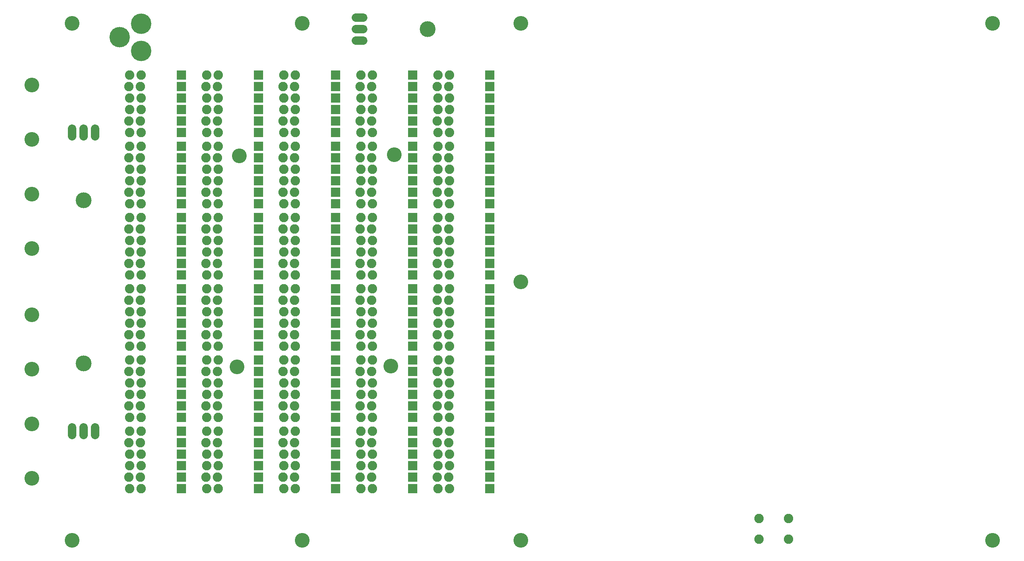
<source format=gbs>
G75*
G70*
%OFA0B0*%
%FSLAX24Y24*%
%IPPOS*%
%LPD*%
%AMOC8*
5,1,8,0,0,1.08239X$1,22.5*
%
%ADD10R,0.0820X0.0820*%
%ADD11C,0.0820*%
%ADD12C,0.1280*%
%ADD13C,0.1780*%
%ADD14C,0.0720*%
%ADD15C,0.1380*%
D10*
X016651Y009836D03*
X016651Y010836D03*
X016651Y011836D03*
X016651Y012836D03*
X016651Y013836D03*
X016651Y014836D03*
X016651Y016036D03*
X016651Y017036D03*
X016651Y018036D03*
X016651Y019036D03*
X016651Y020036D03*
X016651Y021036D03*
X016651Y022236D03*
X016651Y023236D03*
X016651Y024236D03*
X016651Y025236D03*
X016651Y026236D03*
X016651Y027236D03*
X016651Y028436D03*
X016651Y029436D03*
X016651Y030436D03*
X016651Y031436D03*
X016651Y032436D03*
X016651Y033436D03*
X016651Y034636D03*
X016651Y035636D03*
X016651Y036636D03*
X016651Y037636D03*
X016651Y038636D03*
X016651Y039636D03*
X016651Y040836D03*
X016651Y041836D03*
X016651Y042836D03*
X016651Y043836D03*
X016651Y044836D03*
X016651Y045836D03*
X023351Y045836D03*
X023351Y044836D03*
X023351Y043836D03*
X023351Y042836D03*
X023351Y041836D03*
X023351Y040836D03*
X023351Y039636D03*
X023351Y038636D03*
X023351Y037636D03*
X023351Y036636D03*
X023351Y035636D03*
X023351Y034636D03*
X023351Y033436D03*
X023351Y032436D03*
X023351Y031436D03*
X023351Y030436D03*
X023351Y029436D03*
X023351Y028436D03*
X023351Y027236D03*
X023351Y026236D03*
X023351Y025236D03*
X023351Y024236D03*
X023351Y023236D03*
X023351Y022236D03*
X023351Y021036D03*
X023351Y020036D03*
X023351Y019036D03*
X023351Y018036D03*
X023351Y017036D03*
X023351Y016036D03*
X023351Y014836D03*
X023351Y013836D03*
X023351Y012836D03*
X023351Y011836D03*
X023351Y010836D03*
X023351Y009836D03*
X030051Y009836D03*
X030051Y010836D03*
X030051Y011836D03*
X030051Y012836D03*
X030051Y013836D03*
X030051Y014836D03*
X030051Y016036D03*
X030051Y017036D03*
X030051Y018036D03*
X030051Y019036D03*
X030051Y020036D03*
X030051Y021036D03*
X030051Y022236D03*
X030051Y023236D03*
X030051Y024236D03*
X030051Y025236D03*
X030051Y026236D03*
X030051Y027236D03*
X030051Y028436D03*
X030051Y029436D03*
X030051Y030436D03*
X030051Y031436D03*
X030051Y032436D03*
X030051Y033436D03*
X030051Y034636D03*
X030051Y035636D03*
X030051Y036636D03*
X030051Y037636D03*
X030051Y038636D03*
X030051Y039636D03*
X030051Y040836D03*
X030051Y041836D03*
X030051Y042836D03*
X030051Y043836D03*
X030051Y044836D03*
X030051Y045836D03*
X036751Y045836D03*
X036751Y044836D03*
X036751Y043836D03*
X036751Y042836D03*
X036751Y041836D03*
X036751Y040836D03*
X036751Y039636D03*
X036751Y038636D03*
X036751Y037636D03*
X036751Y036636D03*
X036751Y035636D03*
X036751Y034636D03*
X036751Y033436D03*
X036751Y032436D03*
X036751Y031436D03*
X036751Y030436D03*
X036751Y029436D03*
X036751Y028436D03*
X036751Y027236D03*
X036751Y026236D03*
X036751Y025236D03*
X036751Y024236D03*
X036751Y023236D03*
X036751Y022236D03*
X036751Y021036D03*
X036751Y020036D03*
X036751Y019036D03*
X036751Y018036D03*
X036751Y017036D03*
X036751Y016036D03*
X036751Y014836D03*
X036751Y013836D03*
X036751Y012836D03*
X036751Y011836D03*
X036751Y010836D03*
X036751Y009836D03*
X043451Y009836D03*
X043451Y010836D03*
X043451Y011836D03*
X043451Y012836D03*
X043451Y013836D03*
X043451Y014836D03*
X043451Y016036D03*
X043451Y017036D03*
X043451Y018036D03*
X043451Y019036D03*
X043451Y020036D03*
X043451Y021036D03*
X043451Y022236D03*
X043451Y023236D03*
X043451Y024236D03*
X043451Y025236D03*
X043451Y026236D03*
X043451Y027236D03*
X043451Y028436D03*
X043451Y029436D03*
X043451Y030436D03*
X043451Y031436D03*
X043451Y032436D03*
X043451Y033436D03*
X043451Y034636D03*
X043451Y035636D03*
X043451Y036636D03*
X043451Y037636D03*
X043451Y038636D03*
X043451Y039636D03*
X043451Y040836D03*
X043451Y041836D03*
X043451Y042836D03*
X043451Y043836D03*
X043451Y044836D03*
X043451Y045836D03*
D11*
X039951Y045836D03*
X038951Y045836D03*
X038881Y044836D03*
X039881Y044836D03*
X039951Y043836D03*
X038951Y043836D03*
X038951Y042836D03*
X039951Y042836D03*
X039881Y041836D03*
X038881Y041836D03*
X038951Y040836D03*
X039951Y040836D03*
X039951Y039636D03*
X038951Y039636D03*
X038881Y038636D03*
X039881Y038636D03*
X039951Y037636D03*
X038951Y037636D03*
X038951Y036636D03*
X039951Y036636D03*
X039881Y035636D03*
X038881Y035636D03*
X038951Y034636D03*
X039951Y034636D03*
X039951Y033436D03*
X038951Y033436D03*
X038881Y032436D03*
X039881Y032436D03*
X039951Y031436D03*
X038951Y031436D03*
X038951Y030436D03*
X039951Y030436D03*
X039881Y029436D03*
X038881Y029436D03*
X038951Y028436D03*
X039951Y028436D03*
X039951Y027236D03*
X038951Y027236D03*
X038881Y026236D03*
X039881Y026236D03*
X039951Y025236D03*
X038951Y025236D03*
X038951Y024236D03*
X039951Y024236D03*
X039881Y023236D03*
X038881Y023236D03*
X038951Y022236D03*
X039951Y022236D03*
X039951Y021036D03*
X038951Y021036D03*
X038881Y020036D03*
X039881Y020036D03*
X039951Y019036D03*
X038951Y019036D03*
X038951Y018036D03*
X039951Y018036D03*
X039881Y017036D03*
X038881Y017036D03*
X038951Y016036D03*
X039951Y016036D03*
X039951Y014836D03*
X038951Y014836D03*
X038881Y013836D03*
X039881Y013836D03*
X039951Y012836D03*
X038951Y012836D03*
X038951Y011836D03*
X039951Y011836D03*
X039881Y010836D03*
X038881Y010836D03*
X038951Y009836D03*
X039951Y009836D03*
X033251Y009836D03*
X032251Y009836D03*
X032181Y010836D03*
X033181Y010836D03*
X033251Y011836D03*
X032251Y011836D03*
X032251Y012836D03*
X033251Y012836D03*
X033181Y013836D03*
X032181Y013836D03*
X032251Y014836D03*
X033251Y014836D03*
X033251Y016036D03*
X032251Y016036D03*
X032181Y017036D03*
X033181Y017036D03*
X033251Y018036D03*
X032251Y018036D03*
X032251Y019036D03*
X033251Y019036D03*
X033181Y020036D03*
X032181Y020036D03*
X032251Y021036D03*
X033251Y021036D03*
X033251Y022236D03*
X032251Y022236D03*
X032181Y023236D03*
X033181Y023236D03*
X033251Y024236D03*
X033251Y025236D03*
X032251Y025236D03*
X032251Y024236D03*
X032181Y026236D03*
X033181Y026236D03*
X033251Y027236D03*
X032251Y027236D03*
X032251Y028436D03*
X033251Y028436D03*
X033181Y029436D03*
X032181Y029436D03*
X032251Y030436D03*
X032251Y031436D03*
X033251Y031436D03*
X033251Y030436D03*
X033181Y032436D03*
X032181Y032436D03*
X032251Y033436D03*
X033251Y033436D03*
X033251Y034636D03*
X032251Y034636D03*
X032181Y035636D03*
X033181Y035636D03*
X033251Y036636D03*
X033251Y037636D03*
X032251Y037636D03*
X032251Y036636D03*
X032181Y038636D03*
X033181Y038636D03*
X033251Y039636D03*
X032251Y039636D03*
X032251Y040836D03*
X033251Y040836D03*
X033181Y041836D03*
X032181Y041836D03*
X032251Y042836D03*
X032251Y043836D03*
X033251Y043836D03*
X033251Y042836D03*
X033181Y044836D03*
X032181Y044836D03*
X032251Y045836D03*
X033251Y045836D03*
X026551Y045836D03*
X025551Y045836D03*
X025481Y044836D03*
X026481Y044836D03*
X026551Y043836D03*
X025551Y043836D03*
X025551Y042836D03*
X026551Y042836D03*
X026481Y041836D03*
X025481Y041836D03*
X025551Y040836D03*
X026551Y040836D03*
X026551Y039636D03*
X025551Y039636D03*
X025481Y038636D03*
X026481Y038636D03*
X026551Y037636D03*
X025551Y037636D03*
X025551Y036636D03*
X026551Y036636D03*
X026481Y035636D03*
X025481Y035636D03*
X025551Y034636D03*
X026551Y034636D03*
X026551Y033436D03*
X025551Y033436D03*
X025481Y032436D03*
X026481Y032436D03*
X026551Y031436D03*
X025551Y031436D03*
X025551Y030436D03*
X026551Y030436D03*
X026481Y029436D03*
X025481Y029436D03*
X025551Y028436D03*
X026551Y028436D03*
X026551Y027236D03*
X025551Y027236D03*
X025481Y026236D03*
X026481Y026236D03*
X026551Y025236D03*
X025551Y025236D03*
X025551Y024236D03*
X026551Y024236D03*
X026481Y023236D03*
X025481Y023236D03*
X025551Y022236D03*
X026551Y022236D03*
X026551Y021036D03*
X025551Y021036D03*
X025481Y020036D03*
X026481Y020036D03*
X026551Y019036D03*
X025551Y019036D03*
X025551Y018036D03*
X026551Y018036D03*
X026481Y017036D03*
X025481Y017036D03*
X025551Y016036D03*
X026551Y016036D03*
X026551Y014836D03*
X025551Y014836D03*
X025481Y013836D03*
X026481Y013836D03*
X026551Y012836D03*
X025551Y012836D03*
X025551Y011836D03*
X026551Y011836D03*
X026481Y010836D03*
X025481Y010836D03*
X025551Y009836D03*
X026551Y009836D03*
X019851Y009836D03*
X018851Y009836D03*
X018781Y010836D03*
X018851Y011836D03*
X018851Y012836D03*
X019851Y012836D03*
X019851Y011836D03*
X019781Y010836D03*
X019781Y013836D03*
X018781Y013836D03*
X018851Y014836D03*
X019851Y014836D03*
X019851Y016036D03*
X018851Y016036D03*
X018781Y017036D03*
X019781Y017036D03*
X019851Y018036D03*
X018851Y018036D03*
X018851Y019036D03*
X019851Y019036D03*
X019781Y020036D03*
X018781Y020036D03*
X018851Y021036D03*
X019851Y021036D03*
X019851Y022236D03*
X018851Y022236D03*
X018781Y023236D03*
X019781Y023236D03*
X019851Y024236D03*
X019851Y025236D03*
X018851Y025236D03*
X018851Y024236D03*
X018781Y026236D03*
X019781Y026236D03*
X019851Y027236D03*
X018851Y027236D03*
X018851Y028436D03*
X019851Y028436D03*
X019781Y029436D03*
X018781Y029436D03*
X018851Y030436D03*
X018851Y031436D03*
X019851Y031436D03*
X019851Y030436D03*
X019781Y032436D03*
X018781Y032436D03*
X018851Y033436D03*
X019851Y033436D03*
X019851Y034636D03*
X018851Y034636D03*
X018781Y035636D03*
X019781Y035636D03*
X019851Y036636D03*
X019851Y037636D03*
X018851Y037636D03*
X018851Y036636D03*
X018781Y038636D03*
X019781Y038636D03*
X019851Y039636D03*
X018851Y039636D03*
X018851Y040836D03*
X019851Y040836D03*
X019781Y041836D03*
X018781Y041836D03*
X018851Y042836D03*
X018851Y043836D03*
X019851Y043836D03*
X019851Y042836D03*
X019781Y044836D03*
X018781Y044836D03*
X018851Y045836D03*
X019851Y045836D03*
X013151Y045836D03*
X012151Y045836D03*
X012081Y044836D03*
X013081Y044836D03*
X013151Y043836D03*
X012151Y043836D03*
X012151Y042836D03*
X013151Y042836D03*
X013081Y041836D03*
X012081Y041836D03*
X012151Y040836D03*
X013151Y040836D03*
X013151Y039636D03*
X012151Y039636D03*
X012081Y038636D03*
X013081Y038636D03*
X013151Y037636D03*
X012151Y037636D03*
X012151Y036636D03*
X013151Y036636D03*
X013081Y035636D03*
X012081Y035636D03*
X012151Y034636D03*
X013151Y034636D03*
X013151Y033436D03*
X012151Y033436D03*
X012081Y032436D03*
X013081Y032436D03*
X013151Y031436D03*
X012151Y031436D03*
X012151Y030436D03*
X013151Y030436D03*
X013081Y029436D03*
X012081Y029436D03*
X012151Y028436D03*
X013151Y028436D03*
X013151Y027236D03*
X012151Y027236D03*
X012081Y026236D03*
X013081Y026236D03*
X013151Y025236D03*
X012151Y025236D03*
X012151Y024236D03*
X013151Y024236D03*
X013081Y023236D03*
X012081Y023236D03*
X012151Y022236D03*
X013151Y022236D03*
X013151Y021036D03*
X012151Y021036D03*
X012081Y020036D03*
X013081Y020036D03*
X013151Y019036D03*
X012151Y019036D03*
X012151Y018036D03*
X013151Y018036D03*
X013081Y017036D03*
X012081Y017036D03*
X012151Y016036D03*
X013151Y016036D03*
X013151Y014836D03*
X012151Y014836D03*
X012081Y013836D03*
X013081Y013836D03*
X013151Y012836D03*
X012151Y012836D03*
X012151Y011836D03*
X013151Y011836D03*
X013081Y010836D03*
X012081Y010836D03*
X012151Y009836D03*
X013151Y009836D03*
X066871Y007226D03*
X066871Y005446D03*
X069431Y005446D03*
X069431Y007226D03*
D12*
X007151Y005336D03*
X003651Y010736D03*
X003651Y015474D03*
X003651Y020236D03*
X003651Y024974D03*
X003651Y030736D03*
X003651Y035474D03*
X003651Y040236D03*
X003651Y044974D03*
X007151Y050336D03*
X021701Y038786D03*
X035151Y038886D03*
X027151Y050336D03*
X046151Y050336D03*
X046151Y027836D03*
X034851Y020486D03*
X021501Y020436D03*
X027151Y005336D03*
X046151Y005336D03*
X087151Y005336D03*
X087151Y050336D03*
D13*
X013151Y050305D03*
X011301Y049123D03*
X013151Y047942D03*
D14*
X009151Y041156D02*
X009151Y040516D01*
X008151Y040516D02*
X008151Y041156D01*
X007151Y041156D02*
X007151Y040516D01*
X031831Y048836D02*
X032471Y048836D01*
X032471Y049836D02*
X031831Y049836D01*
X031831Y050836D02*
X032471Y050836D01*
X009151Y015156D02*
X009151Y014516D01*
X008151Y014516D02*
X008151Y015156D01*
X007151Y015156D02*
X007151Y014516D01*
D15*
X008151Y020736D03*
X008151Y034936D03*
X038051Y049836D03*
M02*

</source>
